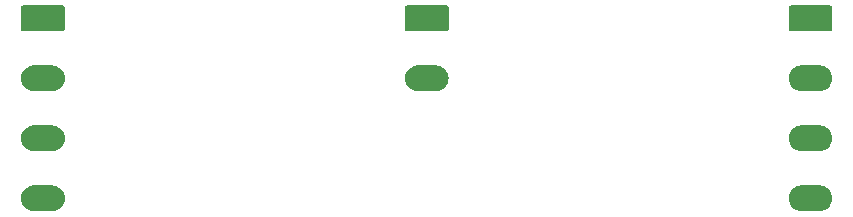
<source format=gbr>
G04 #@! TF.GenerationSoftware,KiCad,Pcbnew,5.0.2-bee76a0~70~ubuntu18.04.1*
G04 #@! TF.CreationDate,2020-11-30T21:54:16+01:00*
G04 #@! TF.ProjectId,MateLightCrateConnector,4d617465-4c69-4676-9874-437261746543,v0.1.0*
G04 #@! TF.SameCoordinates,Original*
G04 #@! TF.FileFunction,Soldermask,Bot*
G04 #@! TF.FilePolarity,Negative*
%FSLAX46Y46*%
G04 Gerber Fmt 4.6, Leading zero omitted, Abs format (unit mm)*
G04 Created by KiCad (PCBNEW 5.0.2-bee76a0~70~ubuntu18.04.1) date Mo 30 Nov 2020 21:54:16 CET*
%MOMM*%
%LPD*%
G01*
G04 APERTURE LIST*
%ADD10C,0.100000*%
G04 APERTURE END LIST*
D10*
G36*
X97973870Y-113164786D02*
X97973873Y-113164787D01*
X98179527Y-113227171D01*
X98179529Y-113227172D01*
X98179532Y-113227173D01*
X98369060Y-113328477D01*
X98535186Y-113464814D01*
X98671523Y-113630940D01*
X98772827Y-113820468D01*
X98835214Y-114026130D01*
X98856278Y-114240000D01*
X98835214Y-114453870D01*
X98772827Y-114659532D01*
X98671523Y-114849060D01*
X98535186Y-115015186D01*
X98369060Y-115151523D01*
X98179532Y-115252827D01*
X98179529Y-115252828D01*
X98179527Y-115252829D01*
X98006147Y-115305423D01*
X97973870Y-115315214D01*
X97813592Y-115331000D01*
X96186408Y-115331000D01*
X96026130Y-115315214D01*
X95993853Y-115305423D01*
X95820473Y-115252829D01*
X95820471Y-115252828D01*
X95820468Y-115252827D01*
X95630940Y-115151523D01*
X95464814Y-115015186D01*
X95328477Y-114849060D01*
X95227173Y-114659532D01*
X95164786Y-114453870D01*
X95143722Y-114240000D01*
X95164786Y-114026130D01*
X95227173Y-113820468D01*
X95328477Y-113630940D01*
X95464814Y-113464814D01*
X95630940Y-113328477D01*
X95820468Y-113227173D01*
X95820471Y-113227172D01*
X95820473Y-113227171D01*
X96026127Y-113164787D01*
X96026130Y-113164786D01*
X96186408Y-113149000D01*
X97813592Y-113149000D01*
X97973870Y-113164786D01*
X97973870Y-113164786D01*
G37*
G36*
X162973870Y-113164786D02*
X162973873Y-113164787D01*
X163179527Y-113227171D01*
X163179529Y-113227172D01*
X163179532Y-113227173D01*
X163369060Y-113328477D01*
X163535186Y-113464814D01*
X163671523Y-113630940D01*
X163772827Y-113820468D01*
X163835214Y-114026130D01*
X163856278Y-114240000D01*
X163835214Y-114453870D01*
X163772827Y-114659532D01*
X163671523Y-114849060D01*
X163535186Y-115015186D01*
X163369060Y-115151523D01*
X163179532Y-115252827D01*
X163179529Y-115252828D01*
X163179527Y-115252829D01*
X163006147Y-115305423D01*
X162973870Y-115315214D01*
X162813592Y-115331000D01*
X161186408Y-115331000D01*
X161026130Y-115315214D01*
X160993853Y-115305423D01*
X160820473Y-115252829D01*
X160820471Y-115252828D01*
X160820468Y-115252827D01*
X160630940Y-115151523D01*
X160464814Y-115015186D01*
X160328477Y-114849060D01*
X160227173Y-114659532D01*
X160164786Y-114453870D01*
X160143722Y-114240000D01*
X160164786Y-114026130D01*
X160227173Y-113820468D01*
X160328477Y-113630940D01*
X160464814Y-113464814D01*
X160630940Y-113328477D01*
X160820468Y-113227173D01*
X160820471Y-113227172D01*
X160820473Y-113227171D01*
X161026127Y-113164787D01*
X161026130Y-113164786D01*
X161186408Y-113149000D01*
X162813592Y-113149000D01*
X162973870Y-113164786D01*
X162973870Y-113164786D01*
G37*
G36*
X97973870Y-108084786D02*
X97973873Y-108084787D01*
X98179527Y-108147171D01*
X98179529Y-108147172D01*
X98179532Y-108147173D01*
X98369060Y-108248477D01*
X98535186Y-108384814D01*
X98671523Y-108550940D01*
X98772827Y-108740468D01*
X98835214Y-108946130D01*
X98856278Y-109160000D01*
X98835214Y-109373870D01*
X98772827Y-109579532D01*
X98671523Y-109769060D01*
X98535186Y-109935186D01*
X98369060Y-110071523D01*
X98179532Y-110172827D01*
X98179529Y-110172828D01*
X98179527Y-110172829D01*
X98006147Y-110225423D01*
X97973870Y-110235214D01*
X97813592Y-110251000D01*
X96186408Y-110251000D01*
X96026130Y-110235214D01*
X95993853Y-110225423D01*
X95820473Y-110172829D01*
X95820471Y-110172828D01*
X95820468Y-110172827D01*
X95630940Y-110071523D01*
X95464814Y-109935186D01*
X95328477Y-109769060D01*
X95227173Y-109579532D01*
X95164786Y-109373870D01*
X95143722Y-109160000D01*
X95164786Y-108946130D01*
X95227173Y-108740468D01*
X95328477Y-108550940D01*
X95464814Y-108384814D01*
X95630940Y-108248477D01*
X95820468Y-108147173D01*
X95820471Y-108147172D01*
X95820473Y-108147171D01*
X96026127Y-108084787D01*
X96026130Y-108084786D01*
X96186408Y-108069000D01*
X97813592Y-108069000D01*
X97973870Y-108084786D01*
X97973870Y-108084786D01*
G37*
G36*
X162973870Y-108084786D02*
X162973873Y-108084787D01*
X163179527Y-108147171D01*
X163179529Y-108147172D01*
X163179532Y-108147173D01*
X163369060Y-108248477D01*
X163535186Y-108384814D01*
X163671523Y-108550940D01*
X163772827Y-108740468D01*
X163835214Y-108946130D01*
X163856278Y-109160000D01*
X163835214Y-109373870D01*
X163772827Y-109579532D01*
X163671523Y-109769060D01*
X163535186Y-109935186D01*
X163369060Y-110071523D01*
X163179532Y-110172827D01*
X163179529Y-110172828D01*
X163179527Y-110172829D01*
X163006147Y-110225423D01*
X162973870Y-110235214D01*
X162813592Y-110251000D01*
X161186408Y-110251000D01*
X161026130Y-110235214D01*
X160993853Y-110225423D01*
X160820473Y-110172829D01*
X160820471Y-110172828D01*
X160820468Y-110172827D01*
X160630940Y-110071523D01*
X160464814Y-109935186D01*
X160328477Y-109769060D01*
X160227173Y-109579532D01*
X160164786Y-109373870D01*
X160143722Y-109160000D01*
X160164786Y-108946130D01*
X160227173Y-108740468D01*
X160328477Y-108550940D01*
X160464814Y-108384814D01*
X160630940Y-108248477D01*
X160820468Y-108147173D01*
X160820471Y-108147172D01*
X160820473Y-108147171D01*
X161026127Y-108084787D01*
X161026130Y-108084786D01*
X161186408Y-108069000D01*
X162813592Y-108069000D01*
X162973870Y-108084786D01*
X162973870Y-108084786D01*
G37*
G36*
X97973870Y-103004786D02*
X97973873Y-103004787D01*
X98179527Y-103067171D01*
X98179529Y-103067172D01*
X98179532Y-103067173D01*
X98369060Y-103168477D01*
X98535186Y-103304814D01*
X98671523Y-103470940D01*
X98772827Y-103660468D01*
X98835214Y-103866130D01*
X98856278Y-104080000D01*
X98835214Y-104293870D01*
X98772827Y-104499532D01*
X98671523Y-104689060D01*
X98535186Y-104855186D01*
X98369060Y-104991523D01*
X98179532Y-105092827D01*
X98179529Y-105092828D01*
X98179527Y-105092829D01*
X98006147Y-105145423D01*
X97973870Y-105155214D01*
X97813592Y-105171000D01*
X96186408Y-105171000D01*
X96026130Y-105155214D01*
X95993853Y-105145423D01*
X95820473Y-105092829D01*
X95820471Y-105092828D01*
X95820468Y-105092827D01*
X95630940Y-104991523D01*
X95464814Y-104855186D01*
X95328477Y-104689060D01*
X95227173Y-104499532D01*
X95164786Y-104293870D01*
X95143722Y-104080000D01*
X95164786Y-103866130D01*
X95227173Y-103660468D01*
X95328477Y-103470940D01*
X95464814Y-103304814D01*
X95630940Y-103168477D01*
X95820468Y-103067173D01*
X95820471Y-103067172D01*
X95820473Y-103067171D01*
X96026127Y-103004787D01*
X96026130Y-103004786D01*
X96186408Y-102989000D01*
X97813592Y-102989000D01*
X97973870Y-103004786D01*
X97973870Y-103004786D01*
G37*
G36*
X130473870Y-103004786D02*
X130473873Y-103004787D01*
X130679527Y-103067171D01*
X130679529Y-103067172D01*
X130679532Y-103067173D01*
X130869060Y-103168477D01*
X131035186Y-103304814D01*
X131171523Y-103470940D01*
X131272827Y-103660468D01*
X131335214Y-103866130D01*
X131356278Y-104080000D01*
X131335214Y-104293870D01*
X131272827Y-104499532D01*
X131171523Y-104689060D01*
X131035186Y-104855186D01*
X130869060Y-104991523D01*
X130679532Y-105092827D01*
X130679529Y-105092828D01*
X130679527Y-105092829D01*
X130506147Y-105145423D01*
X130473870Y-105155214D01*
X130313592Y-105171000D01*
X128686408Y-105171000D01*
X128526130Y-105155214D01*
X128493853Y-105145423D01*
X128320473Y-105092829D01*
X128320471Y-105092828D01*
X128320468Y-105092827D01*
X128130940Y-104991523D01*
X127964814Y-104855186D01*
X127828477Y-104689060D01*
X127727173Y-104499532D01*
X127664786Y-104293870D01*
X127643722Y-104080000D01*
X127664786Y-103866130D01*
X127727173Y-103660468D01*
X127828477Y-103470940D01*
X127964814Y-103304814D01*
X128130940Y-103168477D01*
X128320468Y-103067173D01*
X128320471Y-103067172D01*
X128320473Y-103067171D01*
X128526127Y-103004787D01*
X128526130Y-103004786D01*
X128686408Y-102989000D01*
X130313592Y-102989000D01*
X130473870Y-103004786D01*
X130473870Y-103004786D01*
G37*
G36*
X162973870Y-103004786D02*
X162973873Y-103004787D01*
X163179527Y-103067171D01*
X163179529Y-103067172D01*
X163179532Y-103067173D01*
X163369060Y-103168477D01*
X163535186Y-103304814D01*
X163671523Y-103470940D01*
X163772827Y-103660468D01*
X163835214Y-103866130D01*
X163856278Y-104080000D01*
X163835214Y-104293870D01*
X163772827Y-104499532D01*
X163671523Y-104689060D01*
X163535186Y-104855186D01*
X163369060Y-104991523D01*
X163179532Y-105092827D01*
X163179529Y-105092828D01*
X163179527Y-105092829D01*
X163006147Y-105145423D01*
X162973870Y-105155214D01*
X162813592Y-105171000D01*
X161186408Y-105171000D01*
X161026130Y-105155214D01*
X160993853Y-105145423D01*
X160820473Y-105092829D01*
X160820471Y-105092828D01*
X160820468Y-105092827D01*
X160630940Y-104991523D01*
X160464814Y-104855186D01*
X160328477Y-104689060D01*
X160227173Y-104499532D01*
X160164786Y-104293870D01*
X160143722Y-104080000D01*
X160164786Y-103866130D01*
X160227173Y-103660468D01*
X160328477Y-103470940D01*
X160464814Y-103304814D01*
X160630940Y-103168477D01*
X160820468Y-103067173D01*
X160820471Y-103067172D01*
X160820473Y-103067171D01*
X161026127Y-103004787D01*
X161026130Y-103004786D01*
X161186408Y-102989000D01*
X162813592Y-102989000D01*
X162973870Y-103004786D01*
X162973870Y-103004786D01*
G37*
G36*
X131216216Y-97912808D02*
X131247491Y-97922295D01*
X131276309Y-97937698D01*
X131301570Y-97958430D01*
X131322302Y-97983691D01*
X131337705Y-98012509D01*
X131347192Y-98043784D01*
X131351000Y-98082447D01*
X131351000Y-99917553D01*
X131347192Y-99956216D01*
X131337705Y-99987491D01*
X131322302Y-100016309D01*
X131301570Y-100041570D01*
X131276309Y-100062302D01*
X131247491Y-100077705D01*
X131216216Y-100087192D01*
X131177553Y-100091000D01*
X127822447Y-100091000D01*
X127783784Y-100087192D01*
X127752509Y-100077705D01*
X127723691Y-100062302D01*
X127698430Y-100041570D01*
X127677698Y-100016309D01*
X127662295Y-99987491D01*
X127652808Y-99956216D01*
X127649000Y-99917553D01*
X127649000Y-98082447D01*
X127652808Y-98043784D01*
X127662295Y-98012509D01*
X127677698Y-97983691D01*
X127698430Y-97958430D01*
X127723691Y-97937698D01*
X127752509Y-97922295D01*
X127783784Y-97912808D01*
X127822447Y-97909000D01*
X131177553Y-97909000D01*
X131216216Y-97912808D01*
X131216216Y-97912808D01*
G37*
G36*
X98716216Y-97912808D02*
X98747491Y-97922295D01*
X98776309Y-97937698D01*
X98801570Y-97958430D01*
X98822302Y-97983691D01*
X98837705Y-98012509D01*
X98847192Y-98043784D01*
X98851000Y-98082447D01*
X98851000Y-99917553D01*
X98847192Y-99956216D01*
X98837705Y-99987491D01*
X98822302Y-100016309D01*
X98801570Y-100041570D01*
X98776309Y-100062302D01*
X98747491Y-100077705D01*
X98716216Y-100087192D01*
X98677553Y-100091000D01*
X95322447Y-100091000D01*
X95283784Y-100087192D01*
X95252509Y-100077705D01*
X95223691Y-100062302D01*
X95198430Y-100041570D01*
X95177698Y-100016309D01*
X95162295Y-99987491D01*
X95152808Y-99956216D01*
X95149000Y-99917553D01*
X95149000Y-98082447D01*
X95152808Y-98043784D01*
X95162295Y-98012509D01*
X95177698Y-97983691D01*
X95198430Y-97958430D01*
X95223691Y-97937698D01*
X95252509Y-97922295D01*
X95283784Y-97912808D01*
X95322447Y-97909000D01*
X98677553Y-97909000D01*
X98716216Y-97912808D01*
X98716216Y-97912808D01*
G37*
G36*
X163716216Y-97912808D02*
X163747491Y-97922295D01*
X163776309Y-97937698D01*
X163801570Y-97958430D01*
X163822302Y-97983691D01*
X163837705Y-98012509D01*
X163847192Y-98043784D01*
X163851000Y-98082447D01*
X163851000Y-99917553D01*
X163847192Y-99956216D01*
X163837705Y-99987491D01*
X163822302Y-100016309D01*
X163801570Y-100041570D01*
X163776309Y-100062302D01*
X163747491Y-100077705D01*
X163716216Y-100087192D01*
X163677553Y-100091000D01*
X160322447Y-100091000D01*
X160283784Y-100087192D01*
X160252509Y-100077705D01*
X160223691Y-100062302D01*
X160198430Y-100041570D01*
X160177698Y-100016309D01*
X160162295Y-99987491D01*
X160152808Y-99956216D01*
X160149000Y-99917553D01*
X160149000Y-98082447D01*
X160152808Y-98043784D01*
X160162295Y-98012509D01*
X160177698Y-97983691D01*
X160198430Y-97958430D01*
X160223691Y-97937698D01*
X160252509Y-97922295D01*
X160283784Y-97912808D01*
X160322447Y-97909000D01*
X163677553Y-97909000D01*
X163716216Y-97912808D01*
X163716216Y-97912808D01*
G37*
M02*

</source>
